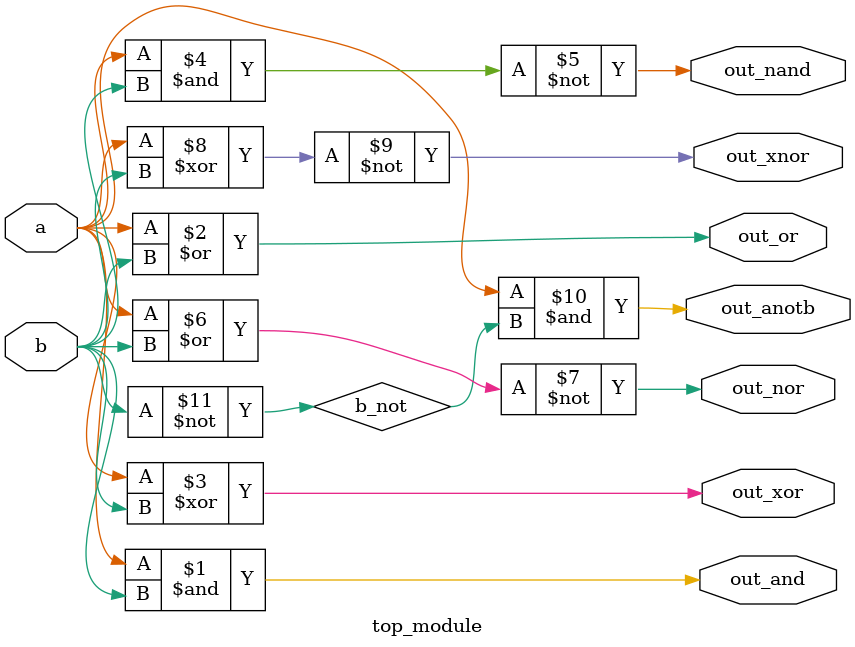
<source format=v>
module top_module( 
    input a, b,
    output out_and,
    output out_or,
    output out_xor,
    output out_nand,
    output out_nor,
    output out_xnor,
    output out_anotb
);
    wire b_not;
    and a1 (out_and, a, b);
    or a2 (out_or, a, b);
    xor a3 (out_xor, a, b);
    nand a4 (out_nand, a, b);
    nor a5 (out_nor, a, b);
    xnor a6 (out_xnor, a, b);
    not a7 (b_not, b);
    and a8 (out_anotb, a, b_not);
    

endmodule
</source>
